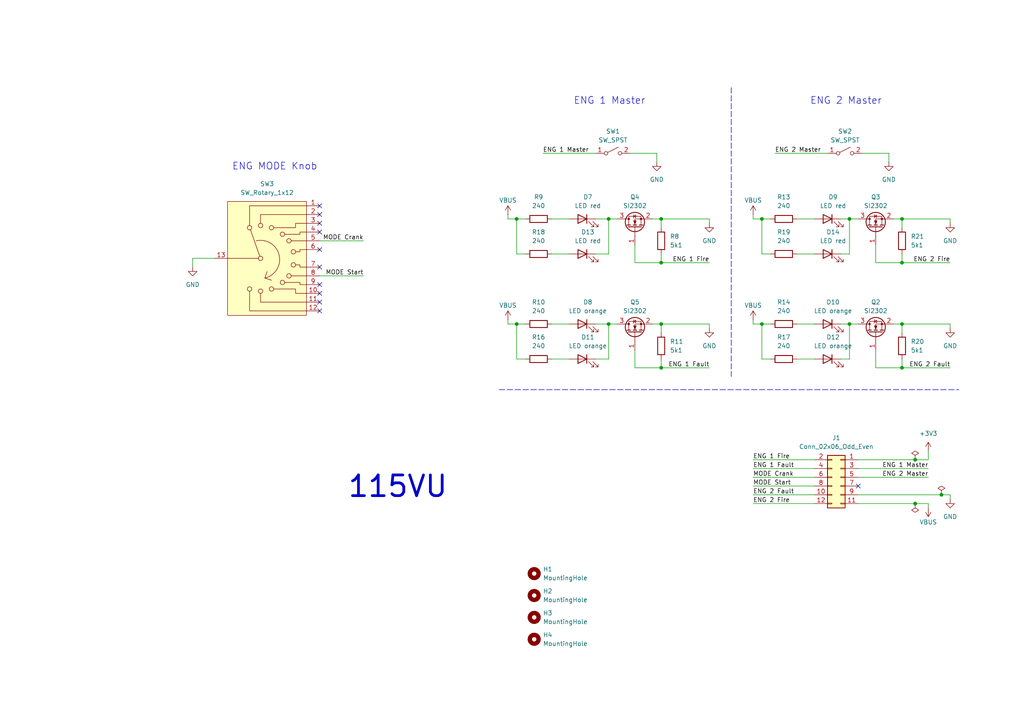
<source format=kicad_sch>
(kicad_sch (version 20231120) (generator "eeschema") (generator_version "8.0")
  (paper "A4")
  (title_block (rev "0.2"))
  (lib_symbols
    (symbol "+3V3_3" (power) (pin_numbers hide) (pin_names (offset 0) hide)
      (property "Value" "+3V3" (at 0 3.556 0))
      (symbol "+3V3_3_0_1"
        (polyline (pts (xy -0.762 1.27) (xy 0 2.54)))
        (polyline (pts (xy 0 0) (xy 0 2.54)))
        (polyline (pts (xy 0 2.54) (xy 0.762 1.27)))
      )
      (symbol "+3V3_3_1_1"
        (pin power_in line (at 0 0 90) (length 0) (name "~") (number "1"))
      )
    )
    (symbol "Connector_Generic:Conn_02x06_Odd_Even" (pin_names (offset 1.016) hide)
      (property "Reference" "J" (at 1.27 7.62 0))
      (property "Value" "Conn_02x06_Odd_Even" (at 1.27 -10.16 0))
      (symbol "Conn_02x06_Odd_Even_1_1"
        (rectangle (start -1.27 -7.493) (end 0 -7.747) (stroke (width 0.1524)))
        (rectangle (start -1.27 -4.953) (end 0 -5.207) (stroke (width 0.1524)))
        (rectangle (start -1.27 -2.413) (end 0 -2.667) (stroke (width 0.1524)))
        (rectangle (start -1.27 0.127) (end 0 -0.127) (stroke (width 0.1524)))
        (rectangle (start -1.27 2.667) (end 0 2.413) (stroke (width 0.1524)))
        (rectangle (start -1.27 5.207) (end 0 4.953) (stroke (width 0.1524)))
        (rectangle (start -1.27 6.35) (end 3.81 -8.89) (stroke (width 0.254)) (fill (type background)))
        (rectangle (start 3.81 -7.493) (end 2.54 -7.747) (stroke (width 0.1524)))
        (rectangle (start 3.81 -4.953) (end 2.54 -5.207) (stroke (width 0.1524)))
        (rectangle (start 3.81 -2.413) (end 2.54 -2.667) (stroke (width 0.1524)))
        (rectangle (start 3.81 0.127) (end 2.54 -0.127) (stroke (width 0.1524)))
        (rectangle (start 3.81 2.667) (end 2.54 2.413) (stroke (width 0.1524)))
        (rectangle (start 3.81 5.207) (end 2.54 4.953) (stroke (width 0.1524)))
        (pin passive line (at -5.08 5.08 0) (length 3.81) (name "Pin_1") (number "1"))
        (pin passive line (at 7.62 -5.08 180) (length 3.81) (name "Pin_10") (number "10"))
        (pin passive line (at -5.08 -7.62 0) (length 3.81) (name "Pin_11") (number "11"))
        (pin passive line (at 7.62 -7.62 180) (length 3.81) (name "Pin_12") (number "12"))
        (pin passive line (at 7.62 5.08 180) (length 3.81) (name "Pin_2") (number "2"))
        (pin passive line (at -5.08 2.54 0) (length 3.81) (name "Pin_3") (number "3"))
        (pin passive line (at 7.62 2.54 180) (length 3.81) (name "Pin_4") (number "4"))
        (pin passive line (at -5.08 0 0) (length 3.81) (name "Pin_5") (number "5"))
        (pin passive line (at 7.62 0 180) (length 3.81) (name "Pin_6") (number "6"))
        (pin passive line (at -5.08 -2.54 0) (length 3.81) (name "Pin_7") (number "7"))
        (pin passive line (at 7.62 -2.54 180) (length 3.81) (name "Pin_8") (number "8"))
        (pin passive line (at -5.08 -5.08 0) (length 3.81) (name "Pin_9") (number "9"))
      )
    )
    (symbol "Device:LED" (pin_numbers hide) (pin_names (offset 1.016) hide)
      (property "Reference" "D" (at 0 2.54 0))
      (property "Value" "LED" (at 0 -2.54 0))
      (symbol "LED_0_1"
        (polyline (pts (xy -1.27 -1.27) (xy -1.27 1.27)) (stroke (width 0.254)))
        (polyline (pts (xy -1.27 0) (xy 1.27 0)))
        (polyline (pts (xy 1.27 -1.27) (xy 1.27 1.27) (xy -1.27 0) (xy 1.27 -1.27)) (stroke (width 0.254)))
        (polyline (pts (xy -3.048 -0.762) (xy -4.572 -2.286) (xy -3.81 -2.286) (xy -4.572 -2.286) (xy -4.572 -1.524)))
        (polyline (pts (xy -1.778 -0.762) (xy -3.302 -2.286) (xy -2.54 -2.286) (xy -3.302 -2.286) (xy -3.302 -1.524)))
      )
      (symbol "LED_1_1"
        (pin passive line (at -3.81 0 0) (length 2.54) (name "K") (number "1"))
        (pin passive line (at 3.81 0 180) (length 2.54) (name "A") (number "2"))
      )
    )
    (symbol "Device:R" (pin_numbers hide) (pin_names (offset 0))
      (property "Reference" "R" (at 2.032 0 90))
      (property "Value" "R" (at 0 0 90))
      (symbol "R_0_1"
        (rectangle (start -1.016 -2.54) (end 1.016 2.54) (stroke (width 0.254)))
      )
      (symbol "R_1_1"
        (pin passive line (at 0 3.81 270) (length 1.27) (name "~") (number "1"))
        (pin passive line (at 0 -3.81 90) (length 1.27) (name "~") (number "2"))
      )
    )
    (symbol "GND_1" (power) (pin_numbers hide) (pin_names (offset 0) hide)
      (property "Value" "GND" (at 0 -3.81 0))
      (symbol "GND_1_0_1"
        (polyline (pts (xy 0 0) (xy 0 -1.27) (xy 1.27 -1.27) (xy 0 -2.54) (xy -1.27 -1.27) (xy 0 -1.27)))
      )
      (symbol "GND_1_1_1"
        (pin power_in line (at 0 0 270) (length 0) (name "~") (number "1"))
      )
    )
    (symbol "GND_2" (power) (pin_numbers hide) (pin_names (offset 0) hide)
      (property "Value" "GND" (at 0 -3.81 0))
      (symbol "GND_2_0_1"
        (polyline (pts (xy 0 0) (xy 0 -1.27) (xy 1.27 -1.27) (xy 0 -2.54) (xy -1.27 -1.27) (xy 0 -1.27)))
      )
      (symbol "GND_2_1_1"
        (pin power_in line (at 0 0 270) (length 0) (name "~") (number "1"))
      )
    )
    (symbol "GND_3" (power) (pin_numbers hide) (pin_names (offset 0) hide)
      (property "Value" "GND" (at 0 -3.81 0))
      (symbol "GND_3_0_1"
        (polyline (pts (xy 0 0) (xy 0 -1.27) (xy 1.27 -1.27) (xy 0 -2.54) (xy -1.27 -1.27) (xy 0 -1.27)))
      )
      (symbol "GND_3_1_1"
        (pin power_in line (at 0 0 270) (length 0) (name "~") (number "1"))
      )
    )
    (symbol "GND_4" (power) (pin_numbers hide) (pin_names (offset 0) hide)
      (property "Value" "GND" (at 0 -3.81 0))
      (symbol "GND_4_0_1"
        (polyline (pts (xy 0 0) (xy 0 -1.27) (xy 1.27 -1.27) (xy 0 -2.54) (xy -1.27 -1.27) (xy 0 -1.27)))
      )
      (symbol "GND_4_1_1"
        (pin power_in line (at 0 0 270) (length 0) (name "~") (number "1"))
      )
    )
    (symbol "Mechanical:MountingHole" (pin_names (offset 1.016))
      (property "Reference" "H" (at 0 5.08 0))
      (property "Value" "MountingHole" (at 0 3.175 0))
      (symbol "MountingHole_0_1"
        (circle (center 0 0) (radius 1.27) (stroke (width 1.27)))
      )
    )
    (symbol "Switch:SW_Rotary_1x12" (pin_names (offset 1.016) hide)
      (property "Reference" "SW" (at 0 17.78 0))
      (property "Value" "SW_Rotary_1x12" (at 0 -17.78 0))
      (symbol "SW_Rotary_1x12_0_0"
        (circle (center -5.08 -8.89) (radius 0.635))
        (circle (center -5.08 8.89) (radius 0.635))
        (circle (center -1.905 -9.525) (radius 0.635))
        (circle (center -1.905 0) (radius 0.635))
        (circle (center -1.905 9.525) (radius 0.635))
        (arc (start -0.635 -5.715) (mid 3.4777 0.949) (end -3.175 5.08))
        (polyline (pts (xy -2.1336 0.6096) (xy -4.826 8.2804)))
        (polyline (pts (xy -0.635 -5.715) (xy 0 -3.81)))
        (polyline (pts (xy -0.635 -5.715) (xy 1.27 -6.35)))
        (polyline (pts (xy 6.985 -5.08) (xy 11.43 -5.08)))
        (polyline (pts (xy 6.985 5.08) (xy 11.43 5.08)))
        (polyline (pts (xy -5.08 -9.525) (xy -5.08 -15.24) (xy 11.43 -15.24)))
        (polyline (pts (xy -5.08 9.525) (xy -5.08 15.24) (xy 11.43 15.24)))
        (polyline (pts (xy -1.905 -10.16) (xy -1.905 -12.7) (xy 11.43 -12.7)))
        (polyline (pts (xy -1.905 10.16) (xy -1.905 12.7) (xy 11.43 12.7)))
        (polyline (pts (xy 1.905 -8.89) (xy 8.255 -8.89) (xy 8.255 -10.16) (xy 11.43 -10.16)))
        (polyline (pts (xy 1.905 8.89) (xy 8.255 8.89) (xy 8.255 10.16) (xy 11.43 10.16)))
        (polyline (pts (xy 5.08 -6.985) (xy 9.525 -6.985) (xy 9.525 -7.62) (xy 11.43 -7.62)))
        (polyline (pts (xy 5.08 6.985) (xy 9.525 6.985) (xy 9.525 7.62) (xy 11.43 7.62)))
        (polyline (pts (xy 8.255 -1.905) (xy 9.525 -1.905) (xy 9.525 -2.54) (xy 11.43 -2.54)))
        (polyline (pts (xy 8.255 1.905) (xy 9.525 1.905) (xy 9.525 2.54) (xy 11.43 2.54)))
        (circle (center 1.27 -8.89) (radius 0.635))
        (circle (center 1.27 8.89) (radius 0.635))
        (circle (center 4.445 -6.985) (radius 0.635))
        (circle (center 4.445 6.985) (radius 0.635))
        (circle (center 6.35 -5.08) (radius 0.635))
        (circle (center 6.35 5.08) (radius 0.635))
        (circle (center 7.62 -1.905) (radius 0.635))
        (circle (center 7.62 1.905) (radius 0.635))
      )
      (symbol "SW_Rotary_1x12_1_1"
        (rectangle (start -11.43 16.51) (end 11.43 -16.51) (fill (type background)))
        (polyline (pts (xy -11.43 0) (xy -2.54 0)))
        (pin passive line (at 15.24 15.24 180) (length 3.81) (name "1") (number "1"))
        (pin passive line (at 15.24 -10.16 180) (length 3.81) (name "10") (number "10"))
        (pin passive line (at 15.24 -12.7 180) (length 3.81) (name "11") (number "11"))
        (pin passive line (at 15.24 -15.24 180) (length 3.81) (name "12") (number "12"))
        (pin passive line (at -15.24 0 0) (length 3.81) (name "13") (number "13"))
        (pin passive line (at 15.24 12.7 180) (length 3.81) (name "2") (number "2"))
        (pin passive line (at 15.24 10.16 180) (length 3.81) (name "3") (number "3"))
        (pin passive line (at 15.24 7.62 180) (length 3.81) (name "4") (number "4"))
        (pin passive line (at 15.24 5.08 180) (length 3.81) (name "5") (number "5"))
        (pin passive line (at 15.24 2.54 180) (length 3.81) (name "6") (number "6"))
        (pin passive line (at 15.24 -2.54 180) (length 3.81) (name "7") (number "7"))
        (pin passive line (at 15.24 -5.08 180) (length 3.81) (name "8") (number "8"))
        (pin passive line (at 15.24 -7.62 180) (length 3.81) (name "9") (number "9"))
      )
    )
    (symbol "Switch:SW_SPST" (pin_names (offset 0) hide)
      (property "Reference" "SW" (at 0 3.175 0))
      (property "Value" "SW_SPST" (at 0 -2.54 0))
      (symbol "SW_SPST_0_0"
        (circle (center -2.032 0) (radius 0.508))
        (polyline (pts (xy -1.524 0.254) (xy 1.524 1.778)))
        (circle (center 2.032 0) (radius 0.508))
      )
      (symbol "SW_SPST_1_1"
        (pin passive line (at -5.08 0 0) (length 2.54) (name "A") (number "1"))
        (pin passive line (at 5.08 0 180) (length 2.54) (name "B") (number "2"))
      )
    )
    (symbol "Transistor_FET:2N7002K" (pin_names hide)
      (property "Reference" "Q" (at 5.08 1.905 0))
      (property "Value" "2N7002K" (at 5.08 0 0))
      (symbol "2N7002K_0_1"
        (polyline (pts (xy 0.254 0) (xy -2.54 0)))
        (polyline (pts (xy 0.254 1.905) (xy 0.254 -1.905)) (stroke (width 0.254)))
        (polyline (pts (xy 0.762 -1.27) (xy 0.762 -2.286)) (stroke (width 0.254)))
        (polyline (pts (xy 0.762 0.508) (xy 0.762 -0.508)) (stroke (width 0.254)))
        (polyline (pts (xy 0.762 2.286) (xy 0.762 1.27)) (stroke (width 0.254)))
        (polyline (pts (xy 2.54 2.54) (xy 2.54 1.778)))
        (polyline (pts (xy 2.54 -2.54) (xy 2.54 0) (xy 0.762 0)))
        (polyline (pts (xy 0.762 -1.778) (xy 3.302 -1.778) (xy 3.302 1.778) (xy 0.762 1.778)))
        (polyline (pts (xy 1.016 0) (xy 2.032 0.381) (xy 2.032 -0.381) (xy 1.016 0)) (fill (type outline)))
        (polyline (pts (xy 2.794 0.508) (xy 2.921 0.381) (xy 3.683 0.381) (xy 3.81 0.254)))
        (polyline (pts (xy 3.302 0.381) (xy 2.921 -0.254) (xy 3.683 -0.254) (xy 3.302 0.381)))
        (circle (center 1.651 0) (radius 2.794) (stroke (width 0.254)))
        (circle (center 2.54 -1.778) (radius 0.254) (fill (type outline)))
        (circle (center 2.54 1.778) (radius 0.254) (fill (type outline)))
      )
      (symbol "2N7002K_1_1"
        (pin input line (at -5.08 0 0) (length 2.54) (name "G") (number "1"))
        (pin passive line (at 2.54 -5.08 90) (length 2.54) (name "S") (number "2"))
        (pin passive line (at 2.54 5.08 270) (length 2.54) (name "D") (number "3"))
      )
    )
    (symbol "VBUS_1" (power) (pin_numbers hide) (pin_names (offset 0) hide)
      (property "Value" "VBUS" (at 0 3.556 0))
      (symbol "VBUS_1_0_1"
        (polyline (pts (xy -0.762 1.27) (xy 0 2.54)))
        (polyline (pts (xy 0 0) (xy 0 2.54)))
        (polyline (pts (xy 0 2.54) (xy 0.762 1.27)))
      )
      (symbol "VBUS_1_1_1"
        (pin power_in line (at 0 0 90) (length 0) (name "~") (number "1"))
      )
    )
    (symbol "VBUS_2" (power) (pin_numbers hide) (pin_names (offset 0) hide)
      (property "Value" "VBUS" (at 0 3.556 0))
      (symbol "VBUS_2_0_1"
        (polyline (pts (xy -0.762 1.27) (xy 0 2.54)))
        (polyline (pts (xy 0 0) (xy 0 2.54)))
        (polyline (pts (xy 0 2.54) (xy 0.762 1.27)))
      )
      (symbol "VBUS_2_1_1"
        (pin power_in line (at 0 0 90) (length 0) (name "~") (number "1"))
      )
    )
    (symbol "VBUS_3" (power) (pin_numbers hide) (pin_names (offset 0) hide)
      (property "Value" "VBUS" (at 0 3.556 0))
      (symbol "VBUS_3_0_1"
        (polyline (pts (xy -0.762 1.27) (xy 0 2.54)))
        (polyline (pts (xy 0 0) (xy 0 2.54)))
        (polyline (pts (xy 0 2.54) (xy 0.762 1.27)))
      )
      (symbol "VBUS_3_1_1"
        (pin power_in line (at 0 0 90) (length 0) (name "~") (number "1"))
      )
    )
    (symbol "VBUS_4" (power) (pin_numbers hide) (pin_names (offset 0) hide)
      (property "Value" "VBUS" (at 0 3.556 0))
      (symbol "VBUS_4_0_1"
        (polyline (pts (xy -0.762 1.27) (xy 0 2.54)))
        (polyline (pts (xy 0 0) (xy 0 2.54)))
        (polyline (pts (xy 0 2.54) (xy 0.762 1.27)))
      )
      (symbol "VBUS_4_1_1"
        (pin power_in line (at 0 0 90) (length 0) (name "~") (number "1"))
      )
    )
    (symbol "power:GND" (power) (pin_numbers hide) (pin_names (offset 0) hide)
      (property "Value" "GND" (at 0 -3.81 0))
      (symbol "GND_0_1"
        (polyline (pts (xy 0 0) (xy 0 -1.27) (xy 1.27 -1.27) (xy 0 -2.54) (xy -1.27 -1.27) (xy 0 -1.27)))
      )
      (symbol "GND_1_1"
        (pin power_in line (at 0 0 270) (length 0) (name "~") (number "1"))
      )
    )
    (symbol "power:PWR_FLAG" (power) (pin_numbers hide) (pin_names (offset 0) hide)
      (property "Value" "PWR_FLAG" (at 0 3.81 0))
      (symbol "PWR_FLAG_0_0"
        (pin power_out line (at 0 0 90) (length 0) (name "~") (number "1"))
      )
      (symbol "PWR_FLAG_0_1"
        (polyline (pts (xy 0 0) (xy 0 1.27) (xy -1.016 1.905) (xy 0 2.54) (xy 1.016 1.905) (xy 0 1.27)))
      )
    )
    (symbol "power:VBUS" (power) (pin_numbers hide) (pin_names (offset 0) hide)
      (property "Value" "VBUS" (at 0 3.556 0))
      (symbol "VBUS_0_1"
        (polyline (pts (xy -0.762 1.27) (xy 0 2.54)))
        (polyline (pts (xy 0 0) (xy 0 2.54)))
        (polyline (pts (xy 0 2.54) (xy 0.762 1.27)))
      )
      (symbol "VBUS_1_1"
        (pin power_in line (at 0 0 90) (length 0) (name "~") (number "1"))
      )
    )
  )
  (junction (at 261.62 93.98))
  (junction (at 176.53 93.98))
  (junction (at 149.86 63.5))
  (junction (at 191.77 76.2))
  (junction (at 191.77 106.68))
  (junction (at 261.62 63.5))
  (junction (at 220.98 63.5))
  (junction (at 220.98 93.98))
  (junction (at 261.62 76.2))
  (junction (at 261.62 106.68))
  (junction (at 191.77 63.5))
  (junction (at 246.38 93.98))
  (junction (at 265.43 146.05))
  (junction (at 265.43 133.35))
  (junction (at 273.05 143.51))
  (junction (at 246.38 63.5))
  (junction (at 176.53 63.5))
  (junction (at 191.77 93.98))
  (junction (at 149.86 93.98))
  (no_connect (at 92.71 85.09))
  (no_connect (at 92.71 77.47))
  (no_connect (at 92.71 72.39))
  (no_connect (at 248.92 140.97))
  (no_connect (at 92.71 90.17))
  (no_connect (at 92.71 59.69))
  (no_connect (at 92.71 64.77))
  (no_connect (at 92.71 67.31))
  (no_connect (at 92.71 62.23))
  (no_connect (at 92.71 82.55))
  (no_connect (at 92.71 87.63))
  (wire (pts (xy 243.84 104.14) (xy 246.38 104.14)))
  (wire (pts (xy 275.59 93.98) (xy 261.62 93.98)))
  (wire (pts (xy 160.02 104.14) (xy 165.1 104.14)))
  (wire (pts (xy 160.02 93.98) (xy 165.1 93.98)))
  (wire (pts (xy 218.44 93.98) (xy 220.98 93.98)))
  (wire (pts (xy 218.44 140.97) (xy 236.22 140.97)))
  (wire (pts (xy 147.32 62.23) (xy 147.32 63.5)))
  (wire (pts (xy 205.74 93.98) (xy 191.77 93.98)))
  (wire (pts (xy 259.08 63.5) (xy 261.62 63.5)))
  (wire (pts (xy 191.77 76.2) (xy 205.74 76.2)))
  (wire (pts (xy 184.15 71.12) (xy 184.15 76.2)))
  (wire (pts (xy 220.98 93.98) (xy 220.98 104.14)))
  (wire (pts (xy 261.62 76.2) (xy 275.59 76.2)))
  (wire (pts (xy 248.92 143.51) (xy 273.05 143.51)))
  (wire (pts (xy 147.32 93.98) (xy 149.86 93.98)))
  (wire (pts (xy 218.44 146.05) (xy 236.22 146.05)))
  (wire (pts (xy 149.86 63.5) (xy 152.4 63.5)))
  (wire (pts (xy 184.15 101.6) (xy 184.15 106.68)))
  (wire (pts (xy 149.86 93.98) (xy 152.4 93.98)))
  (wire (pts (xy 176.53 93.98) (xy 179.07 93.98)))
  (wire (pts (xy 205.74 64.77) (xy 205.74 63.5)))
  (wire (pts (xy 189.23 93.98) (xy 191.77 93.98)))
  (wire (pts (xy 257.81 44.45) (xy 257.81 46.99)))
  (wire (pts (xy 92.71 69.85) (xy 105.41 69.85)))
  (wire (pts (xy 246.38 63.5) (xy 248.92 63.5)))
  (wire (pts (xy 265.43 146.05) (xy 269.24 146.05)))
  (wire (pts (xy 172.72 104.14) (xy 176.53 104.14)))
  (wire (pts (xy 218.44 62.23) (xy 218.44 63.5)))
  (wire (pts (xy 248.92 133.35) (xy 265.43 133.35)))
  (polyline (pts (xy 144.78 113.03) (xy 278.13 113.03)) (stroke (width 0) (type dash)))
  (wire (pts (xy 55.88 74.93) (xy 55.88 77.47)))
  (wire (pts (xy 205.74 63.5) (xy 191.77 63.5)))
  (wire (pts (xy 254 101.6) (xy 254 106.68)))
  (wire (pts (xy 176.53 63.5) (xy 172.72 63.5)))
  (wire (pts (xy 246.38 63.5) (xy 243.84 63.5)))
  (wire (pts (xy 275.59 63.5) (xy 261.62 63.5)))
  (wire (pts (xy 190.5 44.45) (xy 190.5 46.99)))
  (wire (pts (xy 191.77 63.5) (xy 191.77 66.04)))
  (wire (pts (xy 147.32 92.71) (xy 147.32 93.98)))
  (wire (pts (xy 254 106.68) (xy 261.62 106.68)))
  (wire (pts (xy 243.84 73.66) (xy 246.38 73.66)))
  (wire (pts (xy 269.24 147.32) (xy 269.24 146.05)))
  (wire (pts (xy 55.88 74.93) (xy 62.23 74.93)))
  (wire (pts (xy 152.4 73.66) (xy 149.86 73.66)))
  (wire (pts (xy 269.24 130.81) (xy 269.24 133.35)))
  (wire (pts (xy 275.59 64.77) (xy 275.59 63.5)))
  (wire (pts (xy 191.77 73.66) (xy 191.77 76.2)))
  (wire (pts (xy 231.14 93.98) (xy 236.22 93.98)))
  (wire (pts (xy 218.44 92.71) (xy 218.44 93.98)))
  (wire (pts (xy 218.44 138.43) (xy 236.22 138.43)))
  (wire (pts (xy 218.44 135.89) (xy 236.22 135.89)))
  (wire (pts (xy 152.4 104.14) (xy 149.86 104.14)))
  (wire (pts (xy 261.62 93.98) (xy 261.62 96.52)))
  (wire (pts (xy 191.77 93.98) (xy 191.77 96.52)))
  (wire (pts (xy 160.02 73.66) (xy 165.1 73.66)))
  (wire (pts (xy 248.92 135.89) (xy 269.24 135.89)))
  (wire (pts (xy 184.15 76.2) (xy 191.77 76.2)))
  (wire (pts (xy 220.98 63.5) (xy 220.98 73.66)))
  (wire (pts (xy 231.14 104.14) (xy 236.22 104.14)))
  (wire (pts (xy 275.59 143.51) (xy 275.59 144.78)))
  (wire (pts (xy 273.05 143.51) (xy 275.59 143.51)))
  (wire (pts (xy 254 71.12) (xy 254 76.2)))
  (wire (pts (xy 248.92 138.43) (xy 269.24 138.43)))
  (wire (pts (xy 231.14 73.66) (xy 236.22 73.66)))
  (polyline (pts (xy 212.09 25.4) (xy 212.09 109.22)) (stroke (width 0) (type dash)))
  (wire (pts (xy 218.44 133.35) (xy 236.22 133.35)))
  (wire (pts (xy 157.48 44.45) (xy 172.72 44.45)))
  (wire (pts (xy 246.38 93.98) (xy 248.92 93.98)))
  (wire (pts (xy 275.59 95.25) (xy 275.59 93.98)))
  (wire (pts (xy 176.53 63.5) (xy 179.07 63.5)))
  (wire (pts (xy 265.43 133.35) (xy 269.24 133.35)))
  (wire (pts (xy 231.14 63.5) (xy 236.22 63.5)))
  (wire (pts (xy 224.79 44.45) (xy 240.03 44.45)))
  (wire (pts (xy 220.98 63.5) (xy 223.52 63.5)))
  (wire (pts (xy 176.53 93.98) (xy 172.72 93.98)))
  (wire (pts (xy 254 76.2) (xy 261.62 76.2)))
  (wire (pts (xy 218.44 143.51) (xy 236.22 143.51)))
  (wire (pts (xy 182.88 44.45) (xy 190.5 44.45)))
  (wire (pts (xy 261.62 104.14) (xy 261.62 106.68)))
  (wire (pts (xy 205.74 95.25) (xy 205.74 93.98)))
  (wire (pts (xy 259.08 93.98) (xy 261.62 93.98)))
  (wire (pts (xy 176.53 93.98) (xy 176.53 104.14)))
  (wire (pts (xy 92.71 80.01) (xy 105.41 80.01)))
  (wire (pts (xy 149.86 63.5) (xy 149.86 73.66)))
  (wire (pts (xy 250.19 44.45) (xy 257.81 44.45)))
  (wire (pts (xy 176.53 63.5) (xy 176.53 73.66)))
  (wire (pts (xy 147.32 63.5) (xy 149.86 63.5)))
  (wire (pts (xy 261.62 73.66) (xy 261.62 76.2)))
  (wire (pts (xy 246.38 63.5) (xy 246.38 73.66)))
  (wire (pts (xy 223.52 73.66) (xy 220.98 73.66)))
  (wire (pts (xy 246.38 93.98) (xy 243.84 93.98)))
  (wire (pts (xy 160.02 63.5) (xy 165.1 63.5)))
  (wire (pts (xy 191.77 106.68) (xy 205.74 106.68)))
  (wire (pts (xy 261.62 106.68) (xy 275.59 106.68)))
  (wire (pts (xy 191.77 104.14) (xy 191.77 106.68)))
  (wire (pts (xy 184.15 106.68) (xy 191.77 106.68)))
  (wire (pts (xy 246.38 93.98) (xy 246.38 104.14)))
  (wire (pts (xy 261.62 63.5) (xy 261.62 66.04)))
  (wire (pts (xy 223.52 104.14) (xy 220.98 104.14)))
  (wire (pts (xy 172.72 73.66) (xy 176.53 73.66)))
  (wire (pts (xy 149.86 93.98) (xy 149.86 104.14)))
  (wire (pts (xy 248.92 146.05) (xy 265.43 146.05)))
  (wire (pts (xy 218.44 63.5) (xy 220.98 63.5)))
  (wire (pts (xy 189.23 63.5) (xy 191.77 63.5)))
  (wire (pts (xy 220.98 93.98) (xy 223.52 93.98)))
  (text "ENG 1 Master" (at 166.37 30.48 0) (effects (font (size 2 2)) (justify left bottom)))
  (text "ENG MODE Knob" (at 67.31 49.53 0) (effects (font (size 2 2)) (justify left bottom)))
  (text "115VU" (at 100.584 144.78 0) (effects (font (size 6 6) (thickness 0.8) (bold yes)) (justify left bottom)))
  (text "ENG 2 Master" (at 234.95 30.48 0) (effects (font (size 2 2)) (justify left bottom)))
  (label "ENG 1 Fault" (at 218.44 135.89 0))
  (label "ENG 1 Master" (at 269.24 135.89 180))
  (label "ENG 2 Fault" (at 218.44 143.51 0))
  (label "MODE Start" (at 105.41 80.01 180))
  (label "ENG 1 Master" (at 157.48 44.45 0))
  (label "ENG 2 Master" (at 224.79 44.45 0))
  (label "MODE Start" (at 218.44 140.97 0))
  (label "ENG 2 Fault" (at 275.59 106.68 180))
  (label "ENG 2 Fire" (at 218.44 146.05 0))
  (label "MODE Crank" (at 105.41 69.85 180))
  (label "ENG 2 Master" (at 269.24 138.43 180))
  (label "ENG 1 Fire" (at 218.44 133.35 0))
  (label "MODE Crank" (at 218.44 138.43 0))
  (label "ENG 1 Fire" (at 205.74 76.2 180))
  (label "ENG 2 Fire" (at 275.59 76.2 180))
  (label "ENG 1 Fault" (at 205.74 106.68 180))
  (symbol (lib_id "power:PWR_FLAG") (at 265.43 146.05 180) (unit 1)
    (property "Reference" "#FLG02" (effects (hide yes)))
    (property "Value" "PWR_FLAG" (effects (hide yes)))
    (property "Description" "Special symbol for telling ERC where power comes from" (effects (hide yes)))
  )
  (symbol (lib_id "Device:R") (at 156.21 63.5 90) (unit 1)
    (property "Reference" "R9" (at 156.21 57.15 90))
    (property "Value" "240" (at 156.21 59.69 90))
    (property "Footprint" "Resistor_SMD:R_0805_2012Metric" (effects (hide yes)))
    (property "Datasheet" "https://www.lcsc.com/datasheet/lcsc_datasheet_2206010200_UNI-ROYAL-Uniroyal-Elec-0805W8F2400T5E_C17572.pdf" (effects (hide yes)))
    (property "JLCPCB Part" "C17572" (effects (hide yes)))
    (property "Manufracturer" "UNI-ROYAL(Uniroyal Elec)" (effects (hide yes)))
    (property "Manufracturer Part Number" "0805W8F1000T5E" (effects (hide yes)))
  )
  (symbol (lib_id "Device:LED") (at 240.03 93.98 0) (mirror y) (unit 1)
    (property "Reference" "D10" (at 241.6175 87.63 0))
    (property "Value" "LED orange" (at 241.6175 90.17 0))
    (property "Footprint" "LED_SMD:LED_0603_1608Metric" (effects (hide yes)))
    (property "Datasheet" "https://datasheet.lcsc.com/lcsc/1810201530_BrtLed-Bright-LED-Elec-BL-HKC36G-AV-TRB_C165981.pdf" (effects (hide yes)))
    (property "JLCPCB Part" "C165981" (effects (hide yes)))
    (property "Manufracturer" "BrtLed(Bright LED Elec)" (effects (hide yes)))
    (property "Manufracturer Part Number" "BL-HKC36G-AV-TRB" (effects (hide yes)))
  )
  (symbol (lib_id "Connector_Generic:Conn_02x06_Odd_Even") (at 243.84 138.43 0) (mirror y) (unit 1)
    (property "Reference" "J1" (at 242.57 127 0))
    (property "Value" "Conn_02x06_Odd_Even" (at 242.57 129.54 0))
    (property "Footprint" "Connector_IDC:IDC-Header_2x06_P2.54mm_Vertical" (effects (hide yes)))
  )
  (symbol (lib_id "Device:R") (at 227.33 63.5 90) (unit 1)
    (property "Reference" "R13" (at 227.33 57.15 90))
    (property "Value" "240" (at 227.33 59.69 90))
    (property "Footprint" "Resistor_SMD:R_0805_2012Metric" (effects (hide yes)))
    (property "Datasheet" "https://www.lcsc.com/datasheet/lcsc_datasheet_2206010200_UNI-ROYAL-Uniroyal-Elec-0805W8F2400T5E_C17572.pdf" (effects (hide yes)))
    (property "JLCPCB Part" "C17572" (effects (hide yes)))
    (property "Manufracturer" "UNI-ROYAL(Uniroyal Elec)" (effects (hide yes)))
    (property "Manufracturer Part Number" "0805W8F1000T5E" (effects (hide yes)))
  )
  (symbol (lib_id "Mechanical:MountingHole") (at 154.94 185.42 0) (unit 1) (in_bom no)
    (property "Reference" "H4" (at 157.48 184.15 0) (effects (justify left)))
    (property "Value" "MountingHole" (at 157.48 186.69 0) (effects (justify left)))
    (property "Footprint" "MountingHole:MountingHole_2.2mm_M2" (effects (hide yes)))
  )
  (symbol (lib_id "Device:LED") (at 168.91 104.14 0) (mirror y) (unit 1)
    (property "Reference" "D11" (at 170.4975 97.79 0))
    (property "Value" "LED orange" (at 170.4975 100.33 0))
    (property "Footprint" "LED_SMD:LED_0603_1608Metric" (effects (hide yes)))
    (property "Datasheet" "https://datasheet.lcsc.com/lcsc/1810201530_BrtLed-Bright-LED-Elec-BL-HKC36G-AV-TRB_C165981.pdf" (effects (hide yes)))
    (property "JLCPCB Part" "C165981" (effects (hide yes)))
    (property "Manufracturer" "BrtLed(Bright LED Elec)" (effects (hide yes)))
    (property "Manufracturer Part Number" "BL-HKC36G-AV-TRB" (effects (hide yes)))
  )
  (symbol (lib_id "Transistor_FET:2N7002K") (at 184.15 96.52 90) (unit 1)
    (property "Reference" "Q5" (at 184.15 87.63 90))
    (property "Value" "SI2302" (at 184.15 90.17 90))
    (property "Footprint" "Package_TO_SOT_SMD:SOT-23" (effects (hide yes)))
    (property "Datasheet" "https://www.diodes.com/assets/Datasheets/ds30896.pdf" (effects (hide yes)))
    (property "Description" "0.38A Id, 60V Vds, N-Channel MOSFET, SOT-23" (effects (hide yes)))
    (property "Manufracturer" "YONGYUTAI" (effects (hide yes)))
    (property "Manufracturer Part Number" "SI2302" (effects (hide yes)))
    (property "JLCPCB Part" "C2891732" (effects (hide yes)))
  )
  (symbol (lib_name "VBUS_1") (lib_id "power:VBUS") (at 218.44 62.23 0) (unit 1)
    (property "Reference" "#PWR019" (effects (hide yes)))
    (property "Value" "VBUS" (at 218.44 58.0969 0))
    (property "Description" "Power symbol creates a global label with name \"VBUS\"" (effects (hide yes)))
  )
  (symbol (lib_id "Switch:SW_Rotary_1x12") (at 77.47 74.93 0) (unit 1)
    (property "Reference" "SW3" (at 77.47 53.34 0))
    (property "Value" "SW_Rotary_1x12" (at 77.47 55.88 0))
    (property "Footprint" "NiasStuff:C&K_Rotary_Switches" (effects (hide yes)))
    (property "Datasheet" "https://www.mouser.de/datasheet/2/240/arotary-3050724.pdf" (effects (hide yes)))
    (property "JLCPCB Part" "N/A" (effects (hide yes)))
    (property "Manufracturer" "C&K" (effects (hide yes)))
    (property "Manufracturer Part Number" "A12505RNZQ " (effects (hide yes)))
  )
  (symbol (lib_id "Transistor_FET:2N7002K") (at 254 96.52 90) (unit 1)
    (property "Reference" "Q2" (at 254 87.63 90))
    (property "Value" "SI2302" (at 254 90.17 90))
    (property "Footprint" "Package_TO_SOT_SMD:SOT-23" (effects (hide yes)))
    (property "Datasheet" "https://www.diodes.com/assets/Datasheets/ds30896.pdf" (effects (hide yes)))
    (property "Description" "0.38A Id, 60V Vds, N-Channel MOSFET, SOT-23" (effects (hide yes)))
    (property "Manufracturer" "YONGYUTAI" (effects (hide yes)))
    (property "Manufracturer Part Number" "SI2302" (effects (hide yes)))
    (property "JLCPCB Part" "C2891732" (effects (hide yes)))
  )
  (symbol (lib_name "VBUS_2") (lib_id "power:VBUS") (at 147.32 92.71 0) (unit 1)
    (property "Reference" "#PWR09" (effects (hide yes)))
    (property "Value" "VBUS" (at 147.32 88.5769 0))
    (property "Description" "Power symbol creates a global label with name \"VBUS\"" (effects (hide yes)))
  )
  (symbol (lib_id "Device:R") (at 191.77 100.33 180) (unit 1)
    (property "Reference" "R11" (at 194.31 99.06 0) (effects (justify right)))
    (property "Value" "5k1" (at 194.31 101.6 0) (effects (justify right)))
    (property "Footprint" "Resistor_SMD:R_0603_1608Metric" (effects (hide yes)))
    (property "Datasheet" "https://www.lcsc.com/datasheet/lcsc_datasheet_2206010116_UNI-ROYAL-Uniroyal-Elec-0603WAF5101T5E_C23186.pdf" (effects (hide yes)))
    (property "JLCPCB Part" "C23186" (effects (hide yes)))
    (property "Manufracturer" "UNI-ROYAL(Uniroyal Elec)" (effects (hide yes)))
    (property "Manufracturer Part Number" "0603WAF5101T5E" (effects (hide yes)))
  )
  (symbol (lib_id "Switch:SW_SPST") (at 245.11 44.45 0) (unit 1)
    (property "Reference" "SW2" (at 245.11 38.1 0))
    (property "Value" "SW_SPST" (at 245.11 40.64 0))
    (property "Footprint" "NiasStuff:SW_SPDT_YUEN-FUNG_MT-0-102-A101-M200-RS" (effects (hide yes)))
    (property "Datasheet" "https://www.lcsc.com/datasheet/lcsc_datasheet_2307200931_YUEN-FUNG-MT-0-102-A101-M200-RS_C1788492.pdf" (effects (hide yes)))
    (property "JLCPCB Part" "C1788492" (effects (hide yes)))
    (property "Manufracturer" "YUEN FUNG" (effects (hide yes)))
    (property "Manufracturer Part Number" "MT-0-102-A101-M200-RS" (effects (hide yes)))
  )
  (symbol (lib_name "+3V3_3") (lib_id "power:+3V3") (at 269.24 130.81 0) (unit 1)
    (property "Reference" "#PWR03" (effects (hide yes)))
    (property "Value" "+3V3" (at 269.24 125.73 0))
    (property "Description" "Power symbol creates a global label with name \"+3V3\"" (effects (hide yes)))
  )
  (symbol (lib_id "power:VBUS") (at 269.24 147.32 180) (unit 1)
    (property "Reference" "#PWR04" (effects (hide yes)))
    (property "Value" "VBUS" (at 269.24 151.4531 0))
    (property "Description" "Power symbol creates a global label with name \"VBUS\"" (effects (hide yes)))
  )
  (symbol (lib_id "Device:LED") (at 240.03 63.5 0) (mirror y) (unit 1)
    (property "Reference" "D9" (at 241.6175 57.15 0))
    (property "Value" "LED red" (at 241.6175 59.69 0))
    (property "Footprint" "LED_SMD:LED_0603_1608Metric" (effects (hide yes)))
    (property "Datasheet" "https://datasheet.lcsc.com/lcsc/1811131213_BrtLed-Bright-LED-Elec-BL-HUB36G-AV-TRB_C94743.pdf" (effects (hide yes)))
    (property "JLCPCB Part" "C94743" (effects (hide yes)))
    (property "Manufracturer" "BrtLed(Bright LED Elec)" (effects (hide yes)))
    (property "Manufracturer Part Number" "BL-HUB36G-AV-TRB" (effects (hide yes)))
  )
  (symbol (lib_id "Device:R") (at 261.62 69.85 180) (unit 1)
    (property "Reference" "R21" (at 264.16 68.58 0) (effects (justify right)))
    (property "Value" "5k1" (at 264.16 71.12 0) (effects (justify right)))
    (property "Footprint" "Resistor_SMD:R_0603_1608Metric" (effects (hide yes)))
    (property "Datasheet" "https://www.lcsc.com/datasheet/lcsc_datasheet_2206010116_UNI-ROYAL-Uniroyal-Elec-0603WAF5101T5E_C23186.pdf" (effects (hide yes)))
    (property "JLCPCB Part" "C23186" (effects (hide yes)))
    (property "Manufracturer" "UNI-ROYAL(Uniroyal Elec)" (effects (hide yes)))
    (property "Manufracturer Part Number" "0603WAF5101T5E" (effects (hide yes)))
  )
  (symbol (lib_name "GND_4") (lib_id "power:GND") (at 275.59 95.25 0) (unit 1)
    (property "Reference" "#PWR018" (effects (hide yes)))
    (property "Value" "GND" (at 275.59 100.33 0))
    (property "Description" "Power symbol creates a global label with name \"GND\" , ground" (effects (hide yes)))
  )
  (symbol (lib_id "Mechanical:MountingHole") (at 154.94 166.37 0) (unit 1) (in_bom no)
    (property "Reference" "H1" (at 157.48 165.1 0) (effects (justify left)))
    (property "Value" "MountingHole" (at 157.48 167.64 0) (effects (justify left)))
    (property "Footprint" "MountingHole:MountingHole_2.2mm_M2" (effects (hide yes)))
  )
  (symbol (lib_id "Device:R") (at 227.33 73.66 90) (unit 1)
    (property "Reference" "R19" (at 227.33 67.31 90))
    (property "Value" "240" (at 227.33 69.85 90))
    (property "Footprint" "Resistor_SMD:R_0805_2012Metric" (effects (hide yes)))
    (property "Datasheet" "https://www.lcsc.com/datasheet/lcsc_datasheet_2206010200_UNI-ROYAL-Uniroyal-Elec-0805W8F2400T5E_C17572.pdf" (effects (hide yes)))
    (property "JLCPCB Part" "C17572" (effects (hide yes)))
    (property "Manufracturer" "UNI-ROYAL(Uniroyal Elec)" (effects (hide yes)))
    (property "Manufracturer Part Number" "0805W8F1000T5E" (effects (hide yes)))
  )
  (symbol (lib_name "GND_1") (lib_id "power:GND") (at 205.74 95.25 0) (unit 1)
    (property "Reference" "#PWR08" (effects (hide yes)))
    (property "Value" "GND" (at 205.74 100.33 0))
    (property "Description" "Power symbol creates a global label with name \"GND\" , ground" (effects (hide yes)))
  )
  (symbol (lib_id "Mechanical:MountingHole") (at 154.94 172.72 0) (unit 1) (in_bom no)
    (property "Reference" "H2" (at 157.48 171.45 0) (effects (justify left)))
    (property "Value" "MountingHole" (at 157.48 173.99 0) (effects (justify left)))
    (property "Footprint" "MountingHole:MountingHole_2.2mm_M2" (effects (hide yes)))
  )
  (symbol (lib_id "Device:R") (at 227.33 93.98 90) (unit 1)
    (property "Reference" "R14" (at 227.33 87.63 90))
    (property "Value" "240" (at 227.33 90.17 90))
    (property "Footprint" "Resistor_SMD:R_0805_2012Metric" (effects (hide yes)))
    (property "Datasheet" "https://www.lcsc.com/datasheet/lcsc_datasheet_2206010200_UNI-ROYAL-Uniroyal-Elec-0805W8F2400T5E_C17572.pdf" (effects (hide yes)))
    (property "JLCPCB Part" "C17572" (effects (hide yes)))
    (property "Manufracturer" "UNI-ROYAL(Uniroyal Elec)" (effects (hide yes)))
    (property "Manufracturer Part Number" "0805W8F1000T5E" (effects (hide yes)))
  )
  (symbol (lib_name "VBUS_3") (lib_id "power:VBUS") (at 218.44 92.71 0) (unit 1)
    (property "Reference" "#PWR014" (effects (hide yes)))
    (property "Value" "VBUS" (at 218.44 88.5769 0))
    (property "Description" "Power symbol creates a global label with name \"VBUS\"" (effects (hide yes)))
  )
  (symbol (lib_id "Device:R") (at 156.21 104.14 90) (unit 1)
    (property "Reference" "R16" (at 156.21 97.79 90))
    (property "Value" "240" (at 156.21 100.33 90))
    (property "Footprint" "Resistor_SMD:R_0805_2012Metric" (effects (hide yes)))
    (property "Datasheet" "https://www.lcsc.com/datasheet/lcsc_datasheet_2206010200_UNI-ROYAL-Uniroyal-Elec-0805W8F2400T5E_C17572.pdf" (effects (hide yes)))
    (property "JLCPCB Part" "C17572" (effects (hide yes)))
    (property "Manufracturer" "UNI-ROYAL(Uniroyal Elec)" (effects (hide yes)))
    (property "Manufracturer Part Number" "0805W8F1000T5E" (effects (hide yes)))
  )
  (symbol (lib_id "power:PWR_FLAG") (at 273.05 143.51 0) (unit 1)
    (property "Reference" "#FLG03" (effects (hide yes)))
    (property "Value" "PWR_FLAG" (effects (hide yes)))
    (property "Description" "Special symbol for telling ERC where power comes from" (effects (hide yes)))
  )
  (symbol (lib_id "Switch:SW_SPST") (at 177.8 44.45 0) (unit 1)
    (property "Reference" "SW1" (at 177.8 38.1 0))
    (property "Value" "SW_SPST" (at 177.8 40.64 0))
    (property "Footprint" "NiasStuff:SW_SPDT_YUEN-FUNG_MT-0-102-A101-M200-RS" (effects (hide yes)))
    (property "Datasheet" "https://www.lcsc.com/datasheet/lcsc_datasheet_2307200931_YUEN-FUNG-MT-0-102-A101-M200-RS_C1788492.pdf" (effects (hide yes)))
    (property "JLCPCB Part" "C1788492" (effects (hide yes)))
    (property "Manufracturer" "YUEN FUNG" (effects (hide yes)))
    (property "Manufracturer Part Number" "MT-0-102-A101-M200-RS" (effects (hide yes)))
  )
  (symbol (lib_id "Device:R") (at 191.77 69.85 180) (unit 1)
    (property "Reference" "R8" (at 194.31 68.58 0) (effects (justify right)))
    (property "Value" "5k1" (at 194.31 71.12 0) (effects (justify right)))
    (property "Footprint" "Resistor_SMD:R_0603_1608Metric" (effects (hide yes)))
    (property "Datasheet" "https://www.lcsc.com/datasheet/lcsc_datasheet_2206010116_UNI-ROYAL-Uniroyal-Elec-0603WAF5101T5E_C23186.pdf" (effects (hide yes)))
    (property "JLCPCB Part" "C23186" (effects (hide yes)))
    (property "Manufracturer" "UNI-ROYAL(Uniroyal Elec)" (effects (hide yes)))
    (property "Manufracturer Part Number" "0603WAF5101T5E" (effects (hide yes)))
  )
  (symbol (lib_id "Device:R") (at 261.62 100.33 180) (unit 1)
    (property "Reference" "R20" (at 264.16 99.06 0) (effects (justify right)))
    (property "Value" "5k1" (at 264.16 101.6 0) (effects (justify right)))
    (property "Footprint" "Resistor_SMD:R_0603_1608Metric" (effects (hide yes)))
    (property "Datasheet" "https://www.lcsc.com/datasheet/lcsc_datasheet_2206010116_UNI-ROYAL-Uniroyal-Elec-0603WAF5101T5E_C23186.pdf" (effects (hide yes)))
    (property "JLCPCB Part" "C23186" (effects (hide yes)))
    (property "Manufracturer" "UNI-ROYAL(Uniroyal Elec)" (effects (hide yes)))
    (property "Manufracturer Part Number" "0603WAF5101T5E" (effects (hide yes)))
  )
  (symbol (lib_name "VBUS_4") (lib_id "power:VBUS") (at 147.32 62.23 0) (unit 1)
    (property "Reference" "#PWR07" (effects (hide yes)))
    (property "Value" "VBUS" (at 147.32 58.0969 0))
    (property "Description" "Power symbol creates a global label with name \"VBUS\"" (effects (hide yes)))
  )
  (symbol (lib_name "GND_2") (lib_id "power:GND") (at 190.5 46.99 0) (unit 1)
    (property "Reference" "#PWR02" (effects (hide yes)))
    (property "Value" "GND" (at 190.5 52.07 0))
    (property "Description" "Power symbol creates a global label with name \"GND\" , ground" (effects (hide yes)))
  )
  (symbol (lib_id "Transistor_FET:2N7002K") (at 184.15 66.04 90) (unit 1)
    (property "Reference" "Q4" (at 184.15 57.15 90))
    (property "Value" "SI2302" (at 184.15 59.69 90))
    (property "Footprint" "Package_TO_SOT_SMD:SOT-23" (effects (hide yes)))
    (property "Datasheet" "https://www.diodes.com/assets/Datasheets/ds30896.pdf" (effects (hide yes)))
    (property "Description" "0.38A Id, 60V Vds, N-Channel MOSFET, SOT-23" (effects (hide yes)))
    (property "Manufracturer" "YONGYUTAI" (effects (hide yes)))
    (property "Manufracturer Part Number" "SI2302" (effects (hide yes)))
    (property "JLCPCB Part" "C2891732" (effects (hide yes)))
  )
  (symbol (lib_id "Device:LED") (at 168.91 63.5 0) (mirror y) (unit 1)
    (property "Reference" "D7" (at 170.4975 57.15 0))
    (property "Value" "LED red" (at 170.4975 59.69 0))
    (property "Footprint" "LED_SMD:LED_0603_1608Metric" (effects (hide yes)))
    (property "Datasheet" "https://datasheet.lcsc.com/lcsc/1811131213_BrtLed-Bright-LED-Elec-BL-HUB36G-AV-TRB_C94743.pdf" (effects (hide yes)))
    (property "JLCPCB Part" "C94743" (effects (hide yes)))
    (property "Manufracturer" "BrtLed(Bright LED Elec)" (effects (hide yes)))
    (property "Manufracturer Part Number" "BL-HUB36G-AV-TRB" (effects (hide yes)))
  )
  (symbol (lib_id "power:PWR_FLAG") (at 265.43 133.35 0) (unit 1)
    (property "Reference" "#FLG01" (effects (hide yes)))
    (property "Value" "PWR_FLAG" (effects (hide yes)))
    (property "Description" "Special symbol for telling ERC where power comes from" (effects (hide yes)))
  )
  (symbol (lib_name "GND_3") (lib_id "power:GND") (at 257.81 46.99 0) (unit 1)
    (property "Reference" "#PWR010" (effects (hide yes)))
    (property "Value" "GND" (at 257.81 52.07 0))
    (property "Description" "Power symbol creates a global label with name \"GND\" , ground" (effects (hide yes)))
  )
  (symbol (lib_id "Device:LED") (at 168.91 73.66 0) (mirror y) (unit 1)
    (property "Reference" "D13" (at 170.4975 67.31 0))
    (property "Value" "LED red" (at 170.4975 69.85 0))
    (property "Footprint" "LED_SMD:LED_0603_1608Metric" (effects (hide yes)))
    (property "Datasheet" "https://datasheet.lcsc.com/lcsc/1811131213_BrtLed-Bright-LED-Elec-BL-HUB36G-AV-TRB_C94743.pdf" (effects (hide yes)))
    (property "JLCPCB Part" "C94743" (effects (hide yes)))
    (property "Manufracturer" "BrtLed(Bright LED Elec)" (effects (hide yes)))
    (property "Manufracturer Part Number" "BL-HUB36G-AV-TRB" (effects (hide yes)))
  )
  (symbol (lib_name "GND_2") (lib_id "power:GND") (at 55.88 77.47 0) (unit 1)
    (property "Reference" "#PWR01" (effects (hide yes)))
    (property "Value" "GND" (at 55.88 82.55 0))
    (property "Description" "Power symbol creates a global label with name \"GND\" , ground" (effects (hide yes)))
  )
  (symbol (lib_id "Device:R") (at 227.33 104.14 90) (unit 1)
    (property "Reference" "R17" (at 227.33 97.79 90))
    (property "Value" "240" (at 227.33 100.33 90))
    (property "Footprint" "Resistor_SMD:R_0805_2012Metric" (effects (hide yes)))
    (property "Datasheet" "https://www.lcsc.com/datasheet/lcsc_datasheet_2206010200_UNI-ROYAL-Uniroyal-Elec-0805W8F2400T5E_C17572.pdf" (effects (hide yes)))
    (property "JLCPCB Part" "C17572" (effects (hide yes)))
    (property "Manufracturer" "UNI-ROYAL(Uniroyal Elec)" (effects (hide yes)))
    (property "Manufracturer Part Number" "0805W8F1000T5E" (effects (hide yes)))
  )
  (symbol (lib_id "Device:LED") (at 240.03 73.66 0) (mirror y) (unit 1)
    (property "Reference" "D14" (at 241.6175 67.31 0))
    (property "Value" "LED red" (at 241.6175 69.85 0))
    (property "Footprint" "LED_SMD:LED_0603_1608Metric" (effects (hide yes)))
    (property "Datasheet" "https://datasheet.lcsc.com/lcsc/1811131213_BrtLed-Bright-LED-Elec-BL-HUB36G-AV-TRB_C94743.pdf" (effects (hide yes)))
    (property "JLCPCB Part" "C94743" (effects (hide yes)))
    (property "Manufracturer" "BrtLed(Bright LED Elec)" (effects (hide yes)))
    (property "Manufracturer Part Number" "BL-HUB36G-AV-TRB" (effects (hide yes)))
  )
  (symbol (lib_name "GND_2") (lib_id "power:GND") (at 205.74 64.77 0) (unit 1)
    (property "Reference" "#PWR06" (effects (hide yes)))
    (property "Value" "GND" (at 205.74 69.85 0))
    (property "Description" "Power symbol creates a global label with name \"GND\" , ground" (effects (hide yes)))
  )
  (symbol (lib_name "GND_3") (lib_id "power:GND") (at 275.59 64.77 0) (unit 1)
    (property "Reference" "#PWR013" (effects (hide yes)))
    (property "Value" "GND" (at 275.59 69.85 0))
    (property "Description" "Power symbol creates a global label with name \"GND\" , ground" (effects (hide yes)))
  )
  (symbol (lib_id "Device:R") (at 156.21 93.98 90) (unit 1)
    (property "Reference" "R10" (at 156.21 87.63 90))
    (property "Value" "240" (at 156.21 90.17 90))
    (property "Footprint" "Resistor_SMD:R_0805_2012Metric" (effects (hide yes)))
    (property "Datasheet" "https://www.lcsc.com/datasheet/lcsc_datasheet_2206010200_UNI-ROYAL-Uniroyal-Elec-0805W8F2400T5E_C17572.pdf" (effects (hide yes)))
    (property "JLCPCB Part" "C17572" (effects (hide yes)))
    (property "Manufracturer" "UNI-ROYAL(Uniroyal Elec)" (effects (hide yes)))
    (property "Manufracturer Part Number" "0805W8F1000T5E" (effects (hide yes)))
  )
  (symbol (lib_id "power:GND") (at 275.59 144.78 0) (unit 1)
    (property "Reference" "#PWR05" (effects (hide yes)))
    (property "Value" "GND" (at 275.59 149.86 0))
    (property "Description" "Power symbol creates a global label with name \"GND\" , ground" (effects (hide yes)))
  )
  (symbol (lib_id "Device:LED") (at 168.91 93.98 0) (mirror y) (unit 1)
    (property "Reference" "D8" (at 170.4975 87.63 0))
    (property "Value" "LED orange" (at 170.4975 90.17 0))
    (property "Footprint" "LED_SMD:LED_0603_1608Metric" (effects (hide yes)))
    (property "Datasheet" "https://datasheet.lcsc.com/lcsc/1810201530_BrtLed-Bright-LED-Elec-BL-HKC36G-AV-TRB_C165981.pdf" (effects (hide yes)))
    (property "JLCPCB Part" "C165981" (effects (hide yes)))
    (property "Manufracturer" "BrtLed(Bright LED Elec)" (effects (hide yes)))
    (property "Manufracturer Part Number" "BL-HKC36G-AV-TRB" (effects (hide yes)))
  )
  (symbol (lib_id "Mechanical:MountingHole") (at 154.94 179.07 0) (unit 1) (in_bom no)
    (property "Reference" "H3" (at 157.48 177.8 0) (effects (justify left)))
    (property "Value" "MountingHole" (at 157.48 180.34 0) (effects (justify left)))
    (property "Footprint" "MountingHole:MountingHole_2.2mm_M2" (effects (hide yes)))
  )
  (symbol (lib_id "Device:R") (at 156.21 73.66 90) (unit 1)
    (property "Reference" "R18" (at 156.21 67.31 90))
    (property "Value" "240" (at 156.21 69.85 90))
    (property "Footprint" "Resistor_SMD:R_0805_2012Metric" (effects (hide yes)))
    (property "Datasheet" "https://www.lcsc.com/datasheet/lcsc_datasheet_2206010200_UNI-ROYAL-Uniroyal-Elec-0805W8F2400T5E_C17572.pdf" (effects (hide yes)))
    (property "JLCPCB Part" "C17572" (effects (hide yes)))
    (property "Manufracturer" "UNI-ROYAL(Uniroyal Elec)" (effects (hide yes)))
    (property "Manufracturer Part Number" "0805W8F1000T5E" (effects (hide yes)))
  )
  (symbol (lib_id "Transistor_FET:2N7002K") (at 254 66.04 90) (unit 1)
    (property "Reference" "Q3" (at 254 57.15 90))
    (property "Value" "SI2302" (at 254 59.69 90))
    (property "Footprint" "Package_TO_SOT_SMD:SOT-23" (effects (hide yes)))
    (property "Datasheet" "https://www.diodes.com/assets/Datasheets/ds30896.pdf" (effects (hide yes)))
    (property "Description" "0.38A Id, 60V Vds, N-Channel MOSFET, SOT-23" (effects (hide yes)))
    (property "Manufracturer" "YONGYUTAI" (effects (hide yes)))
    (property "Manufracturer Part Number" "SI2302" (effects (hide yes)))
    (property "JLCPCB Part" "C2891732" (effects (hide yes)))
  )
  (symbol (lib_id "Device:LED") (at 240.03 104.14 0) (mirror y) (unit 1)
    (property "Reference" "D12" (at 241.6175 97.79 0))
    (property "Value" "LED orange" (at 241.6175 100.33 0))
    (property "Footprint" "LED_SMD:LED_0603_1608Metric" (effects (hide yes)))
    (property "Datasheet" "https://datasheet.lcsc.com/lcsc/1810201530_BrtLed-Bright-LED-Elec-BL-HKC36G-AV-TRB_C165981.pdf" (effects (hide yes)))
    (property "JLCPCB Part" "C165981" (effects (hide yes)))
    (property "Manufracturer" "BrtLed(Bright LED Elec)" (effects (hide yes)))
    (property "Manufracturer Part Number" "BL-HKC36G-AV-TRB" (effects (hide yes)))
  )
)
</source>
